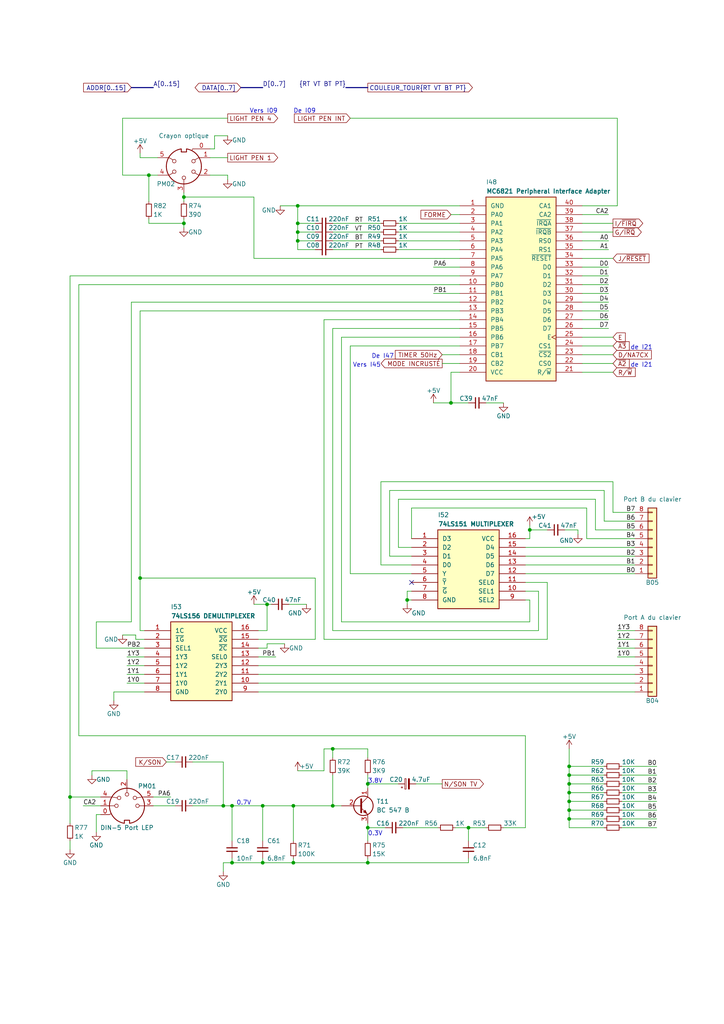
<source format=kicad_sch>
(kicad_sch (version 20230121) (generator eeschema)
  (paper "A4" portrait)
  (title_block (title "Conversion du Thomson MO5 — Unité centrale v1") (date "2023-11-04") (rev "v1.0.0-alpha") (comment 1 "http://github.com/sporniket/kicad-conversions--thomson-mo5--v1") (comment 3 "Gate Array Motorola MCA 1300 ALS") (comment 4 "Reference : POP5001 501994-01"))
  (lib_symbols
    (symbol "74x151:DATA_SELECTOR_MULTIPLEXER_PHY" (pin_names (offset 1.27))
      (property "Reference" "U" (at -8.89 16.51 0))
      (property "Value" "DATA_SELECTOR_MULTIPLEXER_PHY" (at -8.89 13.97 0))
      (symbol "DATA_SELECTOR_MULTIPLEXER_PHY_0_0"
        (rectangle (start -8.89 11.43) (end 8.89 -11.43) (stroke (width 0.254)) (fill (type background)))
        (pin input line (at -16.51 8.89 0) (length 7.62) (name "D3") (number "1"))
        (pin input line (at 16.51 -6.35 180) (length 7.62) (name "SEL1") (number "10"))
        (pin input line (at 16.51 -3.81 180) (length 7.62) (name "SEL0") (number "11"))
        (pin input line (at 16.51 -1.27 180) (length 7.62) (name "D7") (number "12"))
        (pin input line (at 16.51 1.27 180) (length 7.62) (name "D6") (number "13"))
        (pin input line (at 16.51 3.81 180) (length 7.62) (name "D5") (number "14"))
        (pin input line (at 16.51 6.35 180) (length 7.62) (name "D4") (number "15"))
        (pin power_in line (at 16.51 8.89 180) (length 7.62) (name "VCC") (number "16"))
        (pin input line (at -16.51 6.35 0) (length 7.62) (name "D2") (number "2"))
        (pin input line (at -16.51 3.81 0) (length 7.62) (name "D1") (number "3"))
        (pin input line (at -16.51 1.27 0) (length 7.62) (name "D0") (number "4"))
        (pin output line (at -16.51 -1.27 0) (length 7.62) (name "Y") (number "5"))
        (pin output line (at -16.51 -3.81 0) (length 7.62) (name "~{Y}") (number "6"))
        (pin input line (at -16.51 -6.35 0) (length 7.62) (name "~{G}") (number "7"))
        (pin power_in line (at -16.51 -8.89 0) (length 7.62) (name "GND") (number "8"))
        (pin input line (at 16.51 -8.89 180) (length 7.62) (name "SEL2") (number "9"))
      )
    )
    (symbol "74x156:DUAL_2-LINE_TO_4-LINE_DECODERS_DEMULTIPLEXERS_PHY" (pin_names (offset 1.27))
      (property "Reference" "U" (at -8.89 16.51 0))
      (property "Value" "DUAL_2-LINE_TO_4-LINE_DECODERS_DEMULTIPLEXERS_PHY" (at -8.89 13.97 0))
      (symbol "DUAL_2-LINE_TO_4-LINE_DECODERS_DEMULTIPLEXERS_PHY_0_0"
        (rectangle (start -8.89 11.43) (end 8.89 -11.43) (stroke (width 0.254)) (fill (type background)))
        (pin input line (at -16.51 8.89 0) (length 7.62) (name "1C") (number "1"))
        (pin output line (at 16.51 -6.35 180) (length 7.62) (name "2Y1") (number "10"))
        (pin output line (at 16.51 -3.81 180) (length 7.62) (name "2Y2") (number "11"))
        (pin output line (at 16.51 -1.27 180) (length 7.62) (name "2Y3") (number "12"))
        (pin input line (at 16.51 1.27 180) (length 7.62) (name "SEL0") (number "13"))
        (pin input line (at 16.51 3.81 180) (length 7.62) (name "~{2C}") (number "14"))
        (pin input line (at 16.51 6.35 180) (length 7.62) (name "~{2G}") (number "15"))
        (pin power_in line (at 16.51 8.89 180) (length 7.62) (name "VCC") (number "16"))
        (pin input line (at -16.51 6.35 0) (length 7.62) (name "~{1G}") (number "2"))
        (pin input line (at -16.51 3.81 0) (length 7.62) (name "SEL1") (number "3"))
        (pin output line (at -16.51 1.27 0) (length 7.62) (name "1Y3") (number "4"))
        (pin output line (at -16.51 -1.27 0) (length 7.62) (name "1Y2") (number "5"))
        (pin output line (at -16.51 -3.81 0) (length 7.62) (name "1Y1") (number "6"))
        (pin output line (at -16.51 -6.35 0) (length 7.62) (name "1Y0") (number "7"))
        (pin power_in line (at -16.51 -8.89 0) (length 7.62) (name "GND") (number "8"))
        (pin output line (at 16.51 -8.89 180) (length 7.62) (name "2Y0") (number "9"))
      )
    )
    (symbol "Connector_Generic:Conn_01x08" (pin_names (offset 1.016) hide)
      (property "Reference" "J" (at 0 10.16 0))
      (property "Value" "Conn_01x08" (at 0 -12.7 0))
      (symbol "Conn_01x08_1_1"
        (rectangle (start -1.27 -10.033) (end 0 -10.287) (stroke (width 0.1524)))
        (rectangle (start -1.27 -7.493) (end 0 -7.747) (stroke (width 0.1524)))
        (rectangle (start -1.27 -4.953) (end 0 -5.207) (stroke (width 0.1524)))
        (rectangle (start -1.27 -2.413) (end 0 -2.667) (stroke (width 0.1524)))
        (rectangle (start -1.27 0.127) (end 0 -0.127) (stroke (width 0.1524)))
        (rectangle (start -1.27 2.667) (end 0 2.413) (stroke (width 0.1524)))
        (rectangle (start -1.27 5.207) (end 0 4.953) (stroke (width 0.1524)))
        (rectangle (start -1.27 7.747) (end 0 7.493) (stroke (width 0.1524)))
        (rectangle (start -1.27 8.89) (end 1.27 -11.43) (stroke (width 0.254)) (fill (type background)))
        (pin passive line (at -5.08 7.62 0) (length 3.81) (name "Pin_1") (number "1"))
        (pin passive line (at -5.08 5.08 0) (length 3.81) (name "Pin_2") (number "2"))
        (pin passive line (at -5.08 2.54 0) (length 3.81) (name "Pin_3") (number "3"))
        (pin passive line (at -5.08 0 0) (length 3.81) (name "Pin_4") (number "4"))
        (pin passive line (at -5.08 -2.54 0) (length 3.81) (name "Pin_5") (number "5"))
        (pin passive line (at -5.08 -5.08 0) (length 3.81) (name "Pin_6") (number "6"))
        (pin passive line (at -5.08 -7.62 0) (length 3.81) (name "Pin_7") (number "7"))
        (pin passive line (at -5.08 -10.16 0) (length 3.81) (name "Pin_8") (number "8"))
      )
    )
    (symbol "Device:C_Polarized_Small" (pin_numbers hide) (pin_names (offset 0.254) hide)
      (property "Reference" "C" (at 0.254 1.778 0))
      (property "Value" "C_Polarized_Small" (at 0.254 -2.032 0))
      (symbol "C_Polarized_Small_0_1"
        (rectangle (start -1.524 -0.3048) (end 1.524 -0.6858) (fill (type outline)))
        (rectangle (start -1.524 0.6858) (end 1.524 0.3048))
        (polyline (pts (xy -1.27 1.524) (xy -0.762 1.524)))
        (polyline (pts (xy -1.016 1.27) (xy -1.016 1.778)))
      )
      (symbol "C_Polarized_Small_1_1"
        (pin passive line (at 0 2.54 270) (length 1.8542) (name "~") (number "1"))
        (pin passive line (at 0 -2.54 90) (length 1.8542) (name "~") (number "2"))
      )
    )
    (symbol "Device:C_Small" (pin_numbers hide) (pin_names (offset 0.254) hide)
      (property "Reference" "C" (at 0.254 1.778 0))
      (property "Value" "C_Small" (at 0.254 -2.032 0))
      (symbol "C_Small_0_1"
        (polyline (pts (xy -1.524 -0.508) (xy 1.524 -0.508)) (stroke (width 0.3302)))
        (polyline (pts (xy -1.524 0.508) (xy 1.524 0.508)) (stroke (width 0.3048)))
      )
      (symbol "C_Small_1_1"
        (pin passive line (at 0 2.54 270) (length 2.032) (name "~") (number "1"))
        (pin passive line (at 0 -2.54 90) (length 2.032) (name "~") (number "2"))
      )
    )
    (symbol "Device:Q_NPN_CBE" (pin_names (offset 0) hide)
      (property "Reference" "Q" (at 5.08 1.27 0))
      (property "Value" "Q_NPN_CBE" (at 5.08 -1.27 0))
      (symbol "Q_NPN_CBE_0_1"
        (polyline (pts (xy 0.635 0.635) (xy 2.54 2.54)))
        (polyline (pts (xy 0.635 -0.635) (xy 2.54 -2.54) (xy 2.54 -2.54)))
        (polyline (pts (xy 0.635 1.905) (xy 0.635 -1.905) (xy 0.635 -1.905)) (stroke (width 0.508)))
        (polyline (pts (xy 1.27 -1.778) (xy 1.778 -1.27) (xy 2.286 -2.286) (xy 1.27 -1.778) (xy 1.27 -1.778)) (fill (type outline)))
        (circle (center 1.27 0) (radius 2.8194) (stroke (width 0.254)))
      )
      (symbol "Q_NPN_CBE_1_1"
        (pin passive line (at 2.54 5.08 270) (length 2.54) (name "C") (number "1"))
        (pin input line (at -5.08 0 0) (length 5.715) (name "B") (number "2"))
        (pin passive line (at 2.54 -5.08 90) (length 2.54) (name "E") (number "3"))
      )
    )
    (symbol "Device:R_Small" (pin_numbers hide) (pin_names (offset 0.254) hide)
      (property "Reference" "R" (at 0.762 0.508 0))
      (property "Value" "R_Small" (at 0.762 -1.016 0))
      (symbol "R_Small_0_1"
        (rectangle (start -0.762 1.778) (end 0.762 -1.778) (stroke (width 0.2032)))
      )
      (symbol "R_Small_1_1"
        (pin passive line (at 0 2.54 270) (length 0.762) (name "~") (number "1"))
        (pin passive line (at 0 -2.54 90) (length 0.762) (name "~") (number "2"))
      )
    )
    (symbol "connectors_with_ground:DIN-5_180degree_GND" (pin_names (offset 1.016))
      (property "Reference" "J" (at 3.175 5.715 0))
      (property "Value" "DIN-5_180degree_GND" (at 0 -6.35 0))
      (symbol "DIN-5_180degree_GND_0_1"
        (arc (start -5.08 0) (mid -3.8597 -3.3379) (end -0.762 -5.08) (stroke (width 0.254)))
        (circle (center -3.048 0) (radius 0.508))
        (circle (center -2.286 2.286) (radius 0.508))
        (polyline (pts (xy -5.08 -2.54) (xy -4.572 -2.286)) (stroke (width 0.1524)))
        (polyline (pts (xy -5.08 0) (xy -3.556 0)))
        (polyline (pts (xy 0 5.08) (xy 0 3.81)))
        (polyline (pts (xy 5.08 0) (xy 3.556 0)))
        (polyline (pts (xy -5.08 2.54) (xy -4.318 2.54) (xy -2.794 2.286)))
        (polyline (pts (xy 5.08 2.54) (xy 4.318 2.54) (xy 2.794 2.286)))
        (polyline (pts (xy -0.762 -4.953) (xy -0.762 -4.191) (xy 0.762 -4.191) (xy 0.762 -4.953)) (stroke (width 0.254)))
        (circle (center 0 3.302) (radius 0.508))
        (arc (start 0.762 -5.08) (mid 3.8673 -3.3444) (end 5.08 0) (stroke (width 0.254)))
        (circle (center 2.286 2.286) (radius 0.508))
        (circle (center 3.048 0) (radius 0.508))
        (arc (start 5.08 0) (mid 0 5.0579) (end -5.08 0) (stroke (width 0.254)))
      )
      (symbol "DIN-5_180degree_GND_1_1"
        (pin passive line (at -7.62 -2.54 0) (length 2.54) (name "~") (number "0"))
        (pin passive line (at -7.62 0 0) (length 2.54) (name "~") (number "1"))
        (pin passive line (at 0 7.62 270) (length 2.54) (name "~") (number "2"))
        (pin passive line (at 7.62 0 180) (length 2.54) (name "~") (number "3"))
        (pin passive line (at -7.62 2.54 0) (length 2.54) (name "~") (number "4"))
        (pin passive line (at 7.62 2.54 180) (length 2.54) (name "~") (number "5"))
      )
    )
    (symbol "connectors_with_ground:DIN-5_GND" (pin_names (offset 1.016))
      (property "Reference" "J" (at 3.175 5.715 0))
      (property "Value" "DIN-5_GND" (at 0 -6.35 0))
      (symbol "DIN-5_GND_0_1"
        (arc (start -5.08 0) (mid -3.8597 -3.3379) (end -0.762 -5.08) (stroke (width 0.254)))
        (circle (center -2.794 -1.524) (radius 0.508))
        (circle (center -2.794 1.524) (radius 0.508))
        (polyline (pts (xy -2.54 -5.08) (xy -2.286 -4.572)) (stroke (width 0.1524)))
        (polyline (pts (xy 0 5.08) (xy 0 3.81)))
        (polyline (pts (xy -5.08 -2.54) (xy -4.318 -2.54) (xy -3.175 -1.905)))
        (polyline (pts (xy -5.08 2.54) (xy -4.318 2.54) (xy -3.175 1.905)))
        (polyline (pts (xy 5.08 -2.54) (xy 4.318 -2.54) (xy 3.175 -1.905)))
        (polyline (pts (xy 5.08 2.54) (xy 4.318 2.54) (xy 3.175 1.905)))
        (polyline (pts (xy -0.762 -4.953) (xy -0.762 -4.191) (xy 0.762 -4.191) (xy 0.762 -4.953)) (stroke (width 0.254)))
        (circle (center 0 3.302) (radius 0.508))
        (arc (start 0.762 -5.08) (mid 3.8673 -3.3444) (end 5.08 0) (stroke (width 0.254)))
        (circle (center 2.794 -1.524) (radius 0.508))
        (circle (center 2.794 1.524) (radius 0.508))
        (arc (start 5.08 0) (mid 0 5.0579) (end -5.08 0) (stroke (width 0.254)))
      )
      (symbol "DIN-5_GND_1_1"
        (pin passive line (at -7.62 -5.08 0) (length 5.08) (name "~") (number "0"))
        (pin passive line (at -7.62 -2.54 0) (length 2.54) (name "~") (number "1"))
        (pin passive line (at -7.62 2.54 0) (length 2.54) (name "~") (number "2"))
        (pin passive line (at 0 7.62 270) (length 2.54) (name "~") (number "3"))
        (pin passive line (at 7.62 2.54 180) (length 2.54) (name "~") (number "4"))
        (pin passive line (at 7.62 -2.54 180) (length 2.54) (name "~") (number "5"))
      )
    )
    (symbol "mc6821p:PERIPHERAL_INTERFACE_ADAPTER_PHY" (pin_names (offset 1.27))
      (property "Reference" "U" (at -10.16 31.75 0))
      (property "Value" "PERIPHERAL_INTERFACE_ADAPTER_PHY" (at -10.16 29.21 0))
      (symbol "PERIPHERAL_INTERFACE_ADAPTER_PHY_0_0"
        (rectangle (start -10.16 26.67) (end 10.16 -26.67) (stroke (width 0.254)) (fill (type background)))
        (pin power_in line (at -17.78 24.13 0) (length 7.62) (name "GND") (number "1"))
        (pin bidirectional line (at -17.78 1.27 0) (length 7.62) (name "PB0") (number "10"))
        (pin bidirectional line (at -17.78 -1.27 0) (length 7.62) (name "PB1") (number "11"))
        (pin bidirectional line (at -17.78 -3.81 0) (length 7.62) (name "PB2") (number "12"))
        (pin bidirectional line (at -17.78 -6.35 0) (length 7.62) (name "PB3") (number "13"))
        (pin bidirectional line (at -17.78 -8.89 0) (length 7.62) (name "PB4") (number "14"))
        (pin bidirectional line (at -17.78 -11.43 0) (length 7.62) (name "PB5") (number "15"))
        (pin bidirectional line (at -17.78 -13.97 0) (length 7.62) (name "PB6") (number "16"))
        (pin bidirectional line (at -17.78 -16.51 0) (length 7.62) (name "PB7") (number "17"))
        (pin input line (at -17.78 -19.05 0) (length 7.62) (name "CB1") (number "18"))
        (pin bidirectional line (at -17.78 -21.59 0) (length 7.62) (name "CB2") (number "19"))
        (pin bidirectional line (at -17.78 21.59 0) (length 7.62) (name "PA0") (number "2"))
        (pin power_in line (at -17.78 -24.13 0) (length 7.62) (name "VCC") (number "20"))
        (pin input line (at 17.78 -24.13 180) (length 7.62) (name "R/~{W}") (number "21"))
        (pin input line (at 17.78 -21.59 180) (length 7.62) (name "CS0") (number "22"))
        (pin input line (at 17.78 -19.05 180) (length 7.62) (name "~{CS2}") (number "23"))
        (pin input line (at 17.78 -16.51 180) (length 7.62) (name "CS1") (number "24"))
        (pin input clock (at 17.78 -13.97 180) (length 7.62) (name "E") (number "25"))
        (pin tri_state line (at 17.78 -11.43 180) (length 7.62) (name "D7") (number "26"))
        (pin tri_state line (at 17.78 -8.89 180) (length 7.62) (name "D6") (number "27"))
        (pin tri_state line (at 17.78 -6.35 180) (length 7.62) (name "D5") (number "28"))
        (pin tri_state line (at 17.78 -3.81 180) (length 7.62) (name "D4") (number "29"))
        (pin bidirectional line (at -17.78 19.05 0) (length 7.62) (name "PA1") (number "3"))
        (pin tri_state line (at 17.78 -1.27 180) (length 7.62) (name "D3") (number "30"))
        (pin tri_state line (at 17.78 1.27 180) (length 7.62) (name "D2") (number "31"))
        (pin tri_state line (at 17.78 3.81 180) (length 7.62) (name "D1") (number "32"))
        (pin tri_state line (at 17.78 6.35 180) (length 7.62) (name "D0") (number "33"))
        (pin input line (at 17.78 8.89 180) (length 7.62) (name "~{RESET}") (number "34"))
        (pin input line (at 17.78 11.43 180) (length 7.62) (name "RS1") (number "35"))
        (pin input line (at 17.78 13.97 180) (length 7.62) (name "RS0") (number "36"))
        (pin output line (at 17.78 16.51 180) (length 7.62) (name "~{IRQB}") (number "37"))
        (pin output line (at 17.78 19.05 180) (length 7.62) (name "~{IRQA}") (number "38"))
        (pin bidirectional line (at 17.78 21.59 180) (length 7.62) (name "CA2") (number "39"))
        (pin bidirectional line (at -17.78 16.51 0) (length 7.62) (name "PA2") (number "4"))
        (pin input line (at 17.78 24.13 180) (length 7.62) (name "CA1") (number "40"))
        (pin bidirectional line (at -17.78 13.97 0) (length 7.62) (name "PA3") (number "5"))
        (pin bidirectional line (at -17.78 11.43 0) (length 7.62) (name "PA4") (number "6"))
        (pin bidirectional line (at -17.78 8.89 0) (length 7.62) (name "PA5") (number "7"))
        (pin bidirectional line (at -17.78 6.35 0) (length 7.62) (name "PA6") (number "8"))
        (pin bidirectional line (at -17.78 3.81 0) (length 7.62) (name "PA7") (number "9"))
      )
    )
    (symbol "power:+5V" (power) (pin_names (offset 0))
      (property "Value" "+5V" (at 0 3.556 0))
      (symbol "+5V_0_1"
        (polyline (pts (xy -0.762 1.27) (xy 0 2.54)))
        (polyline (pts (xy 0 0) (xy 0 2.54)))
        (polyline (pts (xy 0 2.54) (xy 0.762 1.27)))
      )
      (symbol "+5V_1_1"
        (pin power_in line (at 0 0 90) (length 0) hide (name "+5V") (number "1"))
      )
    )
    (symbol "power:GND" (power) (pin_names (offset 0))
      (property "Value" "GND" (at 0 -3.81 0))
      (symbol "GND_0_1"
        (polyline (pts (xy 0 0) (xy 0 -1.27) (xy 1.27 -1.27) (xy 0 -2.54) (xy -1.27 -1.27) (xy 0 -1.27)))
      )
      (symbol "GND_1_1"
        (pin power_in line (at 0 0 270) (length 0) hide (name "GND") (number "1"))
      )
    )
  )
  (junction (at 53.34 64.77))
  (junction (at 130.81 116.84))
  (junction (at 86.36 64.77))
  (junction (at 85.09 233.68))
  (junction (at 86.36 69.85))
  (junction (at 165.1 234.95))
  (junction (at 135.89 240.03))
  (junction (at 53.34 57.15))
  (junction (at 106.68 227.33))
  (junction (at 96.52 233.68))
  (junction (at 106.68 240.03))
  (junction (at 165.1 224.79))
  (junction (at 165.1 237.49))
  (junction (at 153.67 153.67))
  (junction (at 118.11 173.99))
  (junction (at 40.64 167.64))
  (junction (at 165.1 222.25))
  (junction (at 67.31 233.68))
  (junction (at 106.68 250.19))
  (junction (at 165.1 232.41))
  (junction (at 96.52 217.17))
  (junction (at 76.2 233.68))
  (junction (at 76.2 250.19))
  (junction (at 165.1 227.33))
  (junction (at 64.77 233.68))
  (junction (at 86.36 59.69))
  (junction (at 43.18 50.8))
  (junction (at 165.1 229.87))
  (junction (at 77.47 175.26))
  (junction (at 86.36 67.31))
  (junction (at 67.31 250.19))
  (junction (at 85.09 250.19))
  (junction (at 20.32 231.14))
  (no_connect (at 119.38 168.91))
  (wire (pts (xy 36.83 226.06) (xy 36.83 223.52)))
  (wire (pts (xy 85.09 233.68) (xy 85.09 243.84)))
  (wire (pts (xy 168.91 80.01) (xy 176.53 80.01)))
  (wire (pts (xy 86.36 64.77) (xy 91.44 64.77)))
  (wire (pts (xy 26.67 223.52) (xy 36.83 223.52)))
  (wire (pts (xy 179.07 187.96) (xy 184.15 187.96)))
  (wire (pts (xy 165.1 232.41) (xy 175.26 232.41)))
  (wire (pts (xy 165.1 222.25) (xy 175.26 222.25)))
  (wire (pts (xy 76.2 250.19) (xy 85.09 250.19)))
  (wire (pts (xy 170.18 156.21) (xy 184.15 156.21)))
  (wire (pts (xy 165.1 229.87) (xy 175.26 229.87)))
  (wire (pts (xy 168.91 74.93) (xy 177.8 74.93)))
  (wire (pts (xy 119.38 161.29) (xy 113.03 161.29)))
  (wire (pts (xy 168.91 97.79) (xy 177.8 97.79)))
  (wire (pts (xy 168.91 69.85) (xy 176.53 69.85)))
  (wire (pts (xy 168.91 107.95) (xy 177.8 107.95)))
  (wire (pts (xy 81.28 59.69) (xy 86.36 59.69)))
  (wire (pts (xy 130.81 62.23) (xy 133.35 62.23)))
  (wire (pts (xy 110.49 139.7) (xy 177.8 139.7)))
  (wire (pts (xy 125.73 77.47) (xy 133.35 77.47)))
  (wire (pts (xy 43.18 64.77) (xy 53.34 64.77)))
  (wire (pts (xy 165.1 224.79) (xy 165.1 227.33)))
  (wire (pts (xy 110.49 163.83) (xy 110.49 139.7)))
  (wire (pts (xy 152.4 161.29) (xy 184.15 161.29)))
  (wire (pts (xy 168.91 87.63) (xy 176.53 87.63)))
  (wire (pts (xy 165.1 227.33) (xy 165.1 229.87)))
  (wire (pts (xy 115.57 69.85) (xy 133.35 69.85)))
  (wire (pts (xy 40.64 44.45) (xy 40.64 45.72)))
  (wire (pts (xy 135.89 248.92) (xy 135.89 250.19)))
  (wire (pts (xy 168.91 85.09) (xy 176.53 85.09)))
  (wire (pts (xy 165.1 222.25) (xy 165.1 224.79)))
  (wire (pts (xy 165.1 237.49) (xy 165.1 240.03)))
  (wire (pts (xy 115.57 64.77) (xy 133.35 64.77)))
  (wire (pts (xy 153.67 152.4) (xy 153.67 153.67)))
  (wire (pts (xy 172.72 153.67) (xy 184.15 153.67)))
  (wire (pts (xy 96.52 67.31) (xy 110.49 67.31)))
  (wire (pts (xy 33.02 200.66) (xy 41.91 200.66)))
  (wire (pts (xy 73.66 175.26) (xy 77.47 175.26)))
  (wire (pts (xy 99.06 97.79) (xy 133.35 97.79)))
  (wire (pts (xy 76.2 233.68) (xy 85.09 233.68)))
  (wire (pts (xy 27.94 236.22) (xy 27.94 241.3)))
  (wire (pts (xy 120.65 227.33) (xy 128.27 227.33)))
  (wire (pts (xy 168.91 67.31) (xy 177.8 67.31)))
  (wire (pts (xy 73.66 74.93) (xy 133.35 74.93)))
  (wire (pts (xy 165.1 217.17) (xy 165.1 222.25)))
  (wire (pts (xy 119.38 147.32) (xy 170.18 147.32)))
  (wire (pts (xy 179.07 190.5) (xy 184.15 190.5)))
  (wire (pts (xy 66.04 50.8) (xy 60.96 50.8)))
  (wire (pts (xy 101.6 100.33) (xy 101.6 166.37)))
  (wire (pts (xy 27.94 187.96) (xy 41.91 187.96)))
  (wire (pts (xy 180.34 222.25) (xy 190.5 222.25)))
  (wire (pts (xy 118.11 173.99) (xy 119.38 173.99)))
  (wire (pts (xy 73.66 74.93) (xy 73.66 57.15)))
  (wire (pts (xy 67.31 233.68) (xy 76.2 233.68)))
  (wire (pts (xy 93.98 223.52) (xy 93.98 217.17)))
  (wire (pts (xy 96.52 69.85) (xy 110.49 69.85)))
  (wire (pts (xy 115.57 72.39) (xy 133.35 72.39)))
  (wire (pts (xy 180.34 227.33) (xy 190.5 227.33)))
  (wire (pts (xy 77.47 175.26) (xy 77.47 182.88)))
  (wire (pts (xy 74.93 182.88) (xy 77.47 182.88)))
  (wire (pts (xy 130.81 116.84) (xy 135.89 116.84)))
  (wire (pts (xy 106.68 248.92) (xy 106.68 250.19)))
  (wire (pts (xy 67.31 248.92) (xy 67.31 250.19)))
  (wire (pts (xy 168.91 62.23) (xy 176.53 62.23)))
  (wire (pts (xy 91.44 185.42) (xy 91.44 167.64)))
  (wire (pts (xy 40.64 167.64) (xy 40.64 182.88)))
  (wire (pts (xy 118.11 175.26) (xy 118.11 173.99)))
  (wire (pts (xy 106.68 250.19) (xy 135.89 250.19)))
  (wire (pts (xy 132.08 240.03) (xy 135.89 240.03)))
  (wire (pts (xy 39.37 185.42) (xy 41.91 185.42)))
  (wire (pts (xy 168.91 102.87) (xy 177.8 102.87)))
  (wire (pts (xy 118.11 171.45) (xy 119.38 171.45)))
  (wire (pts (xy 44.45 231.14) (xy 49.53 231.14)))
  (wire (pts (xy 165.1 232.41) (xy 165.1 234.95)))
  (wire (pts (xy 67.31 250.19) (xy 76.2 250.19)))
  (wire (pts (xy 60.96 43.18) (xy 62.23 43.18)))
  (wire (pts (xy 96.52 95.25) (xy 133.35 95.25)))
  (wire (pts (xy 86.36 223.52) (xy 93.98 223.52)))
  (bus (pts (xy 69.85 25.4) (xy 76.2 25.4)))
  (wire (pts (xy 67.31 233.68) (xy 67.31 243.84)))
  (wire (pts (xy 38.1 87.63) (xy 38.1 180.34)))
  (wire (pts (xy 40.64 45.72) (xy 45.72 45.72)))
  (wire (pts (xy 85.09 248.92) (xy 85.09 250.19)))
  (wire (pts (xy 74.93 185.42) (xy 91.44 185.42)))
  (wire (pts (xy 27.94 180.34) (xy 38.1 180.34)))
  (wire (pts (xy 43.18 63.5) (xy 43.18 64.77)))
  (wire (pts (xy 168.91 72.39) (xy 176.53 72.39)))
  (wire (pts (xy 40.64 182.88) (xy 41.91 182.88)))
  (wire (pts (xy 62.23 39.37) (xy 62.23 43.18)))
  (wire (pts (xy 64.77 220.98) (xy 64.77 233.68)))
  (wire (pts (xy 158.75 168.91) (xy 158.75 185.42)))
  (wire (pts (xy 38.1 87.63) (xy 133.35 87.63)))
  (wire (pts (xy 64.77 233.68) (xy 67.31 233.68)))
  (wire (pts (xy 99.06 180.34) (xy 153.67 180.34)))
  (wire (pts (xy 93.98 92.71) (xy 93.98 185.42)))
  (wire (pts (xy 96.52 182.88) (xy 156.21 182.88)))
  (wire (pts (xy 118.11 173.99) (xy 118.11 171.45)))
  (wire (pts (xy 27.94 180.34) (xy 27.94 187.96)))
  (wire (pts (xy 175.26 142.24) (xy 175.26 151.13)))
  (wire (pts (xy 179.07 34.29) (xy 179.07 59.69)))
  (wire (pts (xy 36.83 190.5) (xy 41.91 190.5)))
  (wire (pts (xy 156.21 171.45) (xy 156.21 182.88)))
  (wire (pts (xy 33.02 203.2) (xy 33.02 200.66)))
  (wire (pts (xy 168.91 92.71) (xy 176.53 92.71)))
  (bus (pts (xy 100.33 25.4) (xy 106.68 25.4)))
  (wire (pts (xy 48.26 220.98) (xy 50.8 220.98)))
  (wire (pts (xy 180.34 234.95) (xy 190.5 234.95)))
  (wire (pts (xy 115.57 67.31) (xy 133.35 67.31)))
  (wire (pts (xy 168.91 64.77) (xy 177.8 64.77)))
  (wire (pts (xy 179.07 185.42) (xy 184.15 185.42)))
  (wire (pts (xy 152.4 163.83) (xy 184.15 163.83)))
  (wire (pts (xy 36.83 193.04) (xy 41.91 193.04)))
  (wire (pts (xy 93.98 185.42) (xy 158.75 185.42)))
  (wire (pts (xy 106.68 217.17) (xy 106.68 219.71)))
  (wire (pts (xy 93.98 217.17) (xy 96.52 217.17)))
  (wire (pts (xy 175.26 151.13) (xy 184.15 151.13)))
  (wire (pts (xy 53.34 57.15) (xy 53.34 58.42)))
  (wire (pts (xy 165.1 224.79) (xy 175.26 224.79)))
  (wire (pts (xy 96.52 224.79) (xy 96.52 233.68)))
  (wire (pts (xy 113.03 142.24) (xy 175.26 142.24)))
  (wire (pts (xy 153.67 173.99) (xy 153.67 180.34)))
  (wire (pts (xy 152.4 158.75) (xy 184.15 158.75)))
  (wire (pts (xy 22.86 213.36) (xy 152.4 213.36)))
  (wire (pts (xy 74.93 190.5) (xy 80.01 190.5)))
  (wire (pts (xy 74.93 193.04) (xy 184.15 193.04)))
  (wire (pts (xy 135.89 240.03) (xy 140.97 240.03)))
  (wire (pts (xy 180.34 240.03) (xy 190.5 240.03)))
  (wire (pts (xy 85.09 250.19) (xy 106.68 250.19)))
  (wire (pts (xy 77.47 187.96) (xy 77.47 186.69)))
  (wire (pts (xy 153.67 153.67) (xy 158.75 153.67)))
  (wire (pts (xy 101.6 166.37) (xy 119.38 166.37)))
  (wire (pts (xy 116.84 240.03) (xy 127 240.03)))
  (wire (pts (xy 53.34 57.15) (xy 73.66 57.15)))
  (wire (pts (xy 168.91 105.41) (xy 177.8 105.41)))
  (wire (pts (xy 44.45 233.68) (xy 50.8 233.68)))
  (wire (pts (xy 113.03 161.29) (xy 113.03 142.24)))
  (wire (pts (xy 36.83 195.58) (xy 41.91 195.58)))
  (wire (pts (xy 180.34 224.79) (xy 190.5 224.79)))
  (wire (pts (xy 43.18 50.8) (xy 45.72 50.8)))
  (wire (pts (xy 133.35 107.95) (xy 130.81 107.95)))
  (wire (pts (xy 125.73 85.09) (xy 133.35 85.09)))
  (wire (pts (xy 74.93 195.58) (xy 184.15 195.58)))
  (wire (pts (xy 152.4 173.99) (xy 153.67 173.99)))
  (wire (pts (xy 85.09 233.68) (xy 96.52 233.68)))
  (wire (pts (xy 20.32 231.14) (xy 29.21 231.14)))
  (wire (pts (xy 20.32 231.14) (xy 20.32 238.76)))
  (wire (pts (xy 115.57 158.75) (xy 115.57 144.78)))
  (wire (pts (xy 86.36 72.39) (xy 86.36 69.85)))
  (wire (pts (xy 35.56 34.29) (xy 35.56 50.8)))
  (wire (pts (xy 36.83 198.12) (xy 41.91 198.12)))
  (wire (pts (xy 26.67 224.79) (xy 26.67 223.52)))
  (wire (pts (xy 86.36 67.31) (xy 86.36 64.77)))
  (wire (pts (xy 64.77 252.73) (xy 64.77 250.19)))
  (wire (pts (xy 76.2 233.68) (xy 76.2 243.84)))
  (wire (pts (xy 180.34 229.87) (xy 190.5 229.87)))
  (wire (pts (xy 168.91 90.17) (xy 176.53 90.17)))
  (wire (pts (xy 168.91 59.69) (xy 179.07 59.69)))
  (wire (pts (xy 86.36 69.85) (xy 86.36 67.31)))
  (wire (pts (xy 101.6 34.29) (xy 179.07 34.29)))
  (wire (pts (xy 115.57 144.78) (xy 172.72 144.78)))
  (wire (pts (xy 179.07 182.88) (xy 184.15 182.88)))
  (wire (pts (xy 86.36 64.77) (xy 86.36 59.69)))
  (wire (pts (xy 125.73 116.84) (xy 130.81 116.84)))
  (wire (pts (xy 165.1 227.33) (xy 175.26 227.33)))
  (wire (pts (xy 96.52 233.68) (xy 99.06 233.68)))
  (wire (pts (xy 55.88 220.98) (xy 64.77 220.98)))
  (wire (pts (xy 20.32 80.01) (xy 20.32 231.14)))
  (wire (pts (xy 66.04 34.29) (xy 35.56 34.29)))
  (wire (pts (xy 20.32 243.84) (xy 20.32 246.38)))
  (wire (pts (xy 119.38 158.75) (xy 115.57 158.75)))
  (wire (pts (xy 106.68 238.76) (xy 106.68 240.03)))
  (wire (pts (xy 99.06 97.79) (xy 99.06 180.34)))
  (wire (pts (xy 106.68 240.03) (xy 111.76 240.03)))
  (wire (pts (xy 96.52 64.77) (xy 110.49 64.77)))
  (wire (pts (xy 130.81 107.95) (xy 130.81 116.84)))
  (wire (pts (xy 128.27 105.41) (xy 133.35 105.41)))
  (wire (pts (xy 152.4 166.37) (xy 184.15 166.37)))
  (bus (pts (xy 38.1 25.4) (xy 44.45 25.4)))
  (wire (pts (xy 168.91 100.33) (xy 177.8 100.33)))
  (wire (pts (xy 168.91 77.47) (xy 176.53 77.47)))
  (wire (pts (xy 35.56 184.15) (xy 39.37 184.15)))
  (wire (pts (xy 152.4 168.91) (xy 158.75 168.91)))
  (wire (pts (xy 86.36 72.39) (xy 91.44 72.39)))
  (wire (pts (xy 53.34 55.88) (xy 53.34 57.15)))
  (wire (pts (xy 77.47 186.69) (xy 82.55 186.69)))
  (wire (pts (xy 74.93 200.66) (xy 184.15 200.66)))
  (wire (pts (xy 106.68 224.79) (xy 106.68 227.33)))
  (wire (pts (xy 165.1 234.95) (xy 175.26 234.95)))
  (wire (pts (xy 22.86 213.36) (xy 22.86 82.55)))
  (wire (pts (xy 53.34 63.5) (xy 53.34 64.77)))
  (wire (pts (xy 168.91 95.25) (xy 176.53 95.25)))
  (wire (pts (xy 20.32 80.01) (xy 133.35 80.01)))
  (wire (pts (xy 96.52 72.39) (xy 110.49 72.39)))
  (wire (pts (xy 135.89 240.03) (xy 135.89 243.84)))
  (wire (pts (xy 165.1 229.87) (xy 165.1 232.41)))
  (wire (pts (xy 39.37 184.15) (xy 39.37 185.42)))
  (wire (pts (xy 74.93 198.12) (xy 184.15 198.12)))
  (wire (pts (xy 53.34 64.77) (xy 53.34 66.04)))
  (wire (pts (xy 64.77 250.19) (xy 67.31 250.19)))
  (wire (pts (xy 165.1 240.03) (xy 175.26 240.03)))
  (wire (pts (xy 170.18 147.32) (xy 170.18 156.21)))
  (wire (pts (xy 106.68 227.33) (xy 115.57 227.33)))
  (wire (pts (xy 91.44 167.64) (xy 40.64 167.64)))
  (wire (pts (xy 35.56 50.8) (xy 43.18 50.8)))
  (wire (pts (xy 96.52 217.17) (xy 96.52 219.71)))
  (wire (pts (xy 152.4 213.36) (xy 152.4 240.03)))
  (wire (pts (xy 168.91 82.55) (xy 176.53 82.55)))
  (wire (pts (xy 55.88 233.68) (xy 64.77 233.68)))
  (wire (pts (xy 163.83 153.67) (xy 167.64 153.67)))
  (wire (pts (xy 86.36 67.31) (xy 91.44 67.31)))
  (wire (pts (xy 93.98 92.71) (xy 133.35 92.71)))
  (wire (pts (xy 152.4 156.21) (xy 153.67 156.21)))
  (wire (pts (xy 86.36 59.69) (xy 133.35 59.69)))
  (wire (pts (xy 96.52 95.25) (xy 96.52 182.88)))
  (wire (pts (xy 140.97 116.84) (xy 146.05 116.84)))
  (wire (pts (xy 101.6 100.33) (xy 133.35 100.33)))
  (wire (pts (xy 40.64 90.17) (xy 40.64 167.64)))
  (wire (pts (xy 27.94 236.22) (xy 29.21 236.22)))
  (wire (pts (xy 180.34 237.49) (xy 190.5 237.49)))
  (wire (pts (xy 167.64 153.67) (xy 167.64 154.94)))
  (wire (pts (xy 83.82 175.26) (xy 88.9 175.26)))
  (wire (pts (xy 146.05 240.03) (xy 152.4 240.03)))
  (wire (pts (xy 165.1 237.49) (xy 175.26 237.49)))
  (wire (pts (xy 180.34 232.41) (xy 190.5 232.41)))
  (wire (pts (xy 40.64 90.17) (xy 133.35 90.17)))
  (wire (pts (xy 22.86 82.55) (xy 133.35 82.55)))
  (wire (pts (xy 152.4 171.45) (xy 156.21 171.45)))
  (wire (pts (xy 106.68 227.33) (xy 106.68 228.6)))
  (wire (pts (xy 172.72 144.78) (xy 172.72 153.67)))
  (wire (pts (xy 128.27 102.87) (xy 133.35 102.87)))
  (wire (pts (xy 165.1 234.95) (xy 165.1 237.49)))
  (wire (pts (xy 96.52 217.17) (xy 106.68 217.17)))
  (wire (pts (xy 86.36 69.85) (xy 91.44 69.85)))
  (wire (pts (xy 153.67 156.21) (xy 153.67 153.67)))
  (wire (pts (xy 24.13 233.68) (xy 29.21 233.68)))
  (wire (pts (xy 43.18 50.8) (xy 43.18 58.42)))
  (wire (pts (xy 66.04 39.37) (xy 62.23 39.37)))
  (wire (pts (xy 66.04 52.07) (xy 66.04 50.8)))
  (wire (pts (xy 77.47 175.26) (xy 78.74 175.26)))
  (wire (pts (xy 119.38 156.21) (xy 119.38 147.32)))
  (wire (pts (xy 177.8 148.59) (xy 184.15 148.59)))
  (wire (pts (xy 177.8 139.7) (xy 177.8 148.59)))
  (wire (pts (xy 119.38 163.83) (xy 110.49 163.83)))
  (wire (pts (xy 76.2 248.92) (xy 76.2 250.19)))
  (wire (pts (xy 106.68 240.03) (xy 106.68 243.84)))
  (wire (pts (xy 60.96 45.72) (xy 66.04 45.72)))
  (wire (pts (xy 74.93 187.96) (xy 77.47 187.96)))
  (text "de I21" (at 182.88 106.68 0) (effects (font (size 1.27 1.27)) (justify left bottom)))
  (text "0.3V" (at 106.68 242.57 0) (effects (font (size 1.27 1.27)) (justify left bottom)))
  (text "De I47" (at 114.3 104.14 0) (effects (font (size 1.27 1.27)) (justify right bottom)))
  (text "3.8V" (at 106.68 227.33 0) (effects (font (size 1.27 1.27)) (justify left bottom)))
  (text "0.7V" (at 68.58 233.68 0) (effects (font (size 1.27 1.27)) (justify left bottom)))
  (text "de I21" (at 182.88 101.6 0) (effects (font (size 1.27 1.27)) (justify left bottom)))
  (text "Vers I45" (at 110.49 106.68 0) (effects (font (size 1.27 1.27)) (justify right bottom)))
  (text "Vers I09" (at 72.39 33.02 0) (effects (font (size 1.27 1.27)) (justify left bottom)))
  (text "De I09" (at 85.09 33.02 0) (effects (font (size 1.27 1.27)) (justify left bottom)))
  (label "1Y1" (at 36.83 195.58 0))
  (label "D6" (at 176.53 92.71 180))
  (label "B0" (at 190.5 222.25 180))
  (label "D[0..7]" (at 76.2 25.4 0))
  (label "CA2" (at 176.53 62.23 180))
  (label "B7" (at 190.5 240.03 180))
  (label "A0" (at 176.53 69.85 180))
  (label "BT" (at 102.87 69.85 0))
  (label "D2" (at 176.53 82.55 180))
  (label "D0" (at 176.53 77.47 180))
  (label "PB1" (at 125.73 85.09 0))
  (label "D3" (at 176.53 85.09 180))
  (label "B3" (at 181.61 158.75 0))
  (label "RT" (at 102.87 64.77 0))
  (label "VT" (at 102.87 67.31 0))
  (label "{RT VT BT PT}" (at 100.33 25.4 180))
  (label "B6" (at 190.5 237.49 180))
  (label "B2" (at 190.5 227.33 180))
  (label "A[0..15]" (at 44.45 25.4 0))
  (label "D5" (at 176.53 90.17 180))
  (label "1Y2" (at 179.07 185.42 0))
  (label "PA6" (at 49.53 231.14 180))
  (label "B6" (at 181.61 151.13 0))
  (label "1Y2" (at 36.83 193.04 0))
  (label "B3" (at 190.5 229.87 180))
  (label "D7" (at 176.53 95.25 180))
  (label "A1" (at 176.53 72.39 180))
  (label "PA6" (at 125.73 77.47 0))
  (label "PB2" (at 36.83 187.96 0))
  (label "B5" (at 190.5 234.95 180))
  (label "1Y3" (at 179.07 182.88 0))
  (label "1Y1" (at 179.07 187.96 0))
  (label "B2" (at 181.61 161.29 0))
  (label "B1" (at 181.61 163.83 0))
  (label "D4" (at 176.53 87.63 180))
  (label "D1" (at 176.53 80.01 180))
  (label "CA2" (at 24.13 233.68 0))
  (label "B0" (at 181.61 166.37 0))
  (label "1Y0" (at 179.07 190.5 0))
  (label "B1" (at 190.5 224.79 180))
  (label "1Y3" (at 36.83 190.5 0))
  (label "B4" (at 181.61 156.21 0))
  (label "B5" (at 181.61 153.67 0))
  (label "PB1" (at 80.01 190.5 180))
  (label "1Y0" (at 36.83 198.12 0))
  (label "B7" (at 181.61 148.59 0))
  (label "B4" (at 190.5 232.41 180))
  (label "PT" (at 102.87 72.39 0))
  (global_label "D{slash}NA7CX" (shape input) (at 177.8 102.87 0) (property "Intersheetrefs" "${INTERSHEET_REFS}" (effects hide)))
  (global_label "~{A2}" (shape input) (at 177.8 105.41 0) (property "Intersheetrefs" "${INTERSHEET_REFS}" (effects hide)))
  (global_label "ADDR[0..15]" (shape input) (at 38.1 25.4 180) (property "Intersheetrefs" "${INTERSHEET_REFS}" (effects hide)))
  (global_label "J{slash}~{RESET}" (shape input) (at 177.8 74.93 0) (property "Intersheetrefs" "${INTERSHEET_REFS}" (effects hide)))
  (global_label "N{slash}SON TV" (shape output) (at 128.27 227.33 0) (property "Intersheetrefs" "${INTERSHEET_REFS}" (effects hide)))
  (global_label "LIGHT PEN 4" (shape output) (at 66.04 34.29 0) (property "Intersheetrefs" "${INTERSHEET_REFS}" (effects hide)))
  (global_label "LIGHT PEN INT" (shape input) (at 101.6 34.29 180) (property "Intersheetrefs" "${INTERSHEET_REFS}" (effects hide)))
  (global_label "TIMER 50Hz" (shape input) (at 128.27 102.87 180) (property "Intersheetrefs" "${INTERSHEET_REFS}" (effects hide)))
  (global_label "FORME" (shape input) (at 130.81 62.23 180) (property "Intersheetrefs" "${INTERSHEET_REFS}" (effects hide)))
  (global_label "E" (shape input) (at 177.8 97.79 0) (property "Intersheetrefs" "${INTERSHEET_REFS}" (effects hide)))
  (global_label "G{slash}~{IRQ}" (shape output) (at 177.8 67.31 0) (property "Intersheetrefs" "${INTERSHEET_REFS}" (effects hide)))
  (global_label "COULEUR_TOUR{RT VT BT PT}" (shape output) (at 106.68 25.4 0) (property "Intersheetrefs" "${INTERSHEET_REFS}" (effects hide)))
  (global_label "MODE INCRUSTÉ" (shape output) (at 128.27 105.41 180) (property "Intersheetrefs" "${INTERSHEET_REFS}" (effects hide)))
  (global_label "LIGHT PEN 1" (shape output) (at 66.04 45.72 0) (property "Intersheetrefs" "${INTERSHEET_REFS}" (effects hide)))
  (global_label "DATA[0..7]" (shape bidirectional) (at 69.85 25.4 180) (property "Intersheetrefs" "${INTERSHEET_REFS}" (effects hide)))
  (global_label "R{slash}~{W}" (shape input) (at 177.8 107.95 0) (property "Intersheetrefs" "${INTERSHEET_REFS}" (effects hide)))
  (global_label "I{slash}~{FIRQ}" (shape output) (at 177.8 64.77 0) (property "Intersheetrefs" "${INTERSHEET_REFS}" (effects hide)))
  (global_label "K{slash}SON" (shape input) (at 48.26 220.98 180) (property "Intersheetrefs" "${INTERSHEET_REFS}" (effects hide)))
  (global_label "~{A3}" (shape input) (at 177.8 100.33 0) (property "Intersheetrefs" "${INTERSHEET_REFS}" (effects hide)))
  (symbol (lib_id "power:GND") (at 66.04 52.07 0) (unit 1)
    (property "Reference" "#PWR0194" (effects hide))
    (property "Value" "GND" (at 67.31 53.34 0) (effects (justify left)))
  )
  (symbol (lib_id "Connector_Generic:Conn_01x08") (at 189.23 193.04 0) (mirror x) (unit 1)
    (property "Reference" "B04" (at 189.23 203.2 0))
    (property "Value" "Port A du clavier" (at 189.23 179.07 0))
    (property "Footprint" "thomson-moto-interconnect:FFC_FPC_Connector_1x08_P2.54mm_THT_Vertical" (effects hide))
  )
  (symbol (lib_id "Device:C_Small") (at 93.98 64.77 90) (unit 1)
    (property "Reference" "C11" (at 92.71 63.5 90) (effects (justify left)))
    (property "Value" "220nF" (at 95.25 63.5 90) (effects (justify right)))
    (property "Footprint" "commons-passives_THT:Passive_THT_capacitor_mlcc_W2.54mm_L5.08mm" (effects hide))
  )
  (symbol (lib_id "power:+5V") (at 73.66 175.26 0) (unit 1)
    (property "Reference" "#PWR0190" (effects hide))
    (property "Value" "+5V" (at 73.66 171.704 0))
  )
  (symbol (lib_id "Device:C_Small") (at 76.2 246.38 0) (unit 1)
    (property "Reference" "C61" (at 77.47 243.84 0) (effects (justify left)))
    (property "Value" "6.8nF" (at 77.47 248.92 0) (effects (justify left)))
    (property "Footprint" "commons-passives_THT:Passive_THT_capacitor_mlcc_W2.54mm_L5.08mm" (effects hide))
  )
  (symbol (lib_id "Device:R_Small") (at 129.54 240.03 90) (unit 1)
    (property "Reference" "R56" (at 127 238.76 90) (effects (justify left)))
    (property "Value" "1K" (at 132.08 238.76 90) (effects (justify right)))
    (property "Footprint" "commons-passives_THT:Passive_THT_resistor_EU_W2.54mm_L12.70mm" (effects hide))
  )
  (symbol (lib_id "Device:R_Small") (at 177.8 234.95 90) (unit 1)
    (property "Reference" "R68" (at 175.26 233.68 90) (effects (justify left)))
    (property "Value" "10K" (at 180.34 233.68 90) (effects (justify right)))
    (property "Footprint" "commons-passives_THT:Passive_THT_resistor_EU_W2.54mm_L12.70mm" (effects hide))
  )
  (symbol (lib_id "Device:R_Small") (at 20.32 241.3 0) (unit 1)
    (property "Reference" "R77" (at 21.59 240.03 0) (effects (justify left)))
    (property "Value" "1K" (at 21.59 242.57 0) (effects (justify left)))
    (property "Footprint" "commons-passives_THT:Passive_THT_resistor_EU_W2.54mm_L12.70mm" (effects hide))
  )
  (symbol (lib_id "Device:C_Small") (at 53.34 220.98 90) (unit 1)
    (property "Reference" "C17" (at 52.07 219.71 90) (effects (justify left)))
    (property "Value" "220nF" (at 54.61 219.71 90) (effects (justify right)))
    (property "Footprint" "commons-passives_THT:Passive_THT_capacitor_mlcc_W2.54mm_L5.08mm" (effects hide))
  )
  (symbol (lib_id "Device:C_Small") (at 81.28 175.26 90) (unit 1)
    (property "Reference" "C40" (at 80.01 173.99 90) (effects (justify left)))
    (property "Value" "47nF" (at 82.55 173.99 90) (effects (justify right)))
    (property "Footprint" "commons-passives_THT:Passive_THT_capacitor_mlcc_W2.54mm_L5.08mm" (effects hide))
  )
  (symbol (lib_id "Device:C_Small") (at 135.89 246.38 0) (unit 1)
    (property "Reference" "C12" (at 137.16 245.11 0) (effects (justify left)))
    (property "Value" "6.8nF" (at 137.16 248.92 0) (effects (justify left)))
    (property "Footprint" "commons-passives_THT:Passive_THT_capacitor_mlcc_W2.54mm_L5.08mm" (effects hide))
  )
  (symbol (lib_id "connectors_with_ground:DIN-5_GND") (at 53.34 48.26 180) (unit 1)
    (property "Reference" "PM02" (at 50.8 53.34 0) (effects (justify left)))
    (property "Value" "Crayon optique" (at 53.34 39.37 0))
    (property "Footprint" "commons-interconnect_THT:DIN_45322_Receptacle_5_pole_240_degrees_Shielded_Ordered_pins" (effects hide))
    (property "Datasheet" "http://www.mouser.com/ds/2/18/40_c091_abd_e-75918.pdf" (effects hide))
  )
  (symbol (lib_id "Device:C_Small") (at 161.29 153.67 90) (unit 1)
    (property "Reference" "C41" (at 160.02 152.4 90) (effects (justify left)))
    (property "Value" "47nF" (at 162.56 152.4 90) (effects (justify right)))
    (property "Footprint" "commons-passives_THT:Passive_THT_capacitor_mlcc_W2.54mm_L5.08mm" (effects hide))
  )
  (symbol (lib_id "Device:R_Small") (at 177.8 224.79 90) (unit 1)
    (property "Reference" "R62" (at 175.26 223.52 90) (effects (justify left)))
    (property "Value" "10K" (at 180.34 223.52 90) (effects (justify right)))
    (property "Footprint" "commons-passives_THT:Passive_THT_resistor_EU_W2.54mm_L12.70mm" (effects hide))
  )
  (symbol (lib_id "power:GND") (at 66.04 39.37 0) (unit 1)
    (property "Reference" "#PWR0195" (effects hide))
    (property "Value" "GND" (at 67.31 40.64 0) (effects (justify left)))
  )
  (symbol (lib_id "power:GND") (at 64.77 252.73 0) (unit 1)
    (property "Reference" "#PWR0202" (effects hide))
    (property "Value" "GND" (at 64.77 256.54 0))
  )
  (symbol (lib_id "74x156:DUAL_2-LINE_TO_4-LINE_DECODERS_DEMULTIPLEXERS_PHY") (at 58.42 191.77 0) (unit 1)
    (property "Reference" "I53" (at 49.53 175.26 0) (effects (justify left top)))
    (property "Value" "74LS156 DEMULTIPLEXER" (at 49.53 177.8 0) (effects (font bold) (justify left top)))
    (property "Footprint" "Package_DIP:DIP-16_W7.62mm_LongPads" (effects hide))
    (property "Datasheet" "https://www.ti.com/lit/ds/symlink/sn74ls156.pdf" (effects hide))
  )
  (symbol (lib_id "Device:C_Small") (at 53.34 233.68 90) (unit 1)
    (property "Reference" "C19" (at 52.07 232.41 90) (effects (justify left)))
    (property "Value" "220nF" (at 54.61 232.41 90) (effects (justify right)))
    (property "Footprint" "commons-passives_THT:Passive_THT_capacitor_mlcc_W2.54mm_L5.08mm" (effects hide))
  )
  (symbol (lib_id "power:GND") (at 20.32 246.38 0) (unit 1)
    (property "Reference" "#PWR0203" (effects hide))
    (property "Value" "GND" (at 20.32 250.19 0))
  )
  (symbol (lib_id "connectors_with_ground:DIN-5_180degree_GND") (at 36.83 233.68 0) (unit 1)
    (property "Reference" "PM01" (at 40.005 227.965 0) (effects (justify left)))
    (property "Value" "DIN-5 Port LEP" (at 36.83 240.03 0))
    (property "Footprint" "commons-interconnect_THT:DIN_41524_Receptacle_5_pole_180_degrees_Shielded" (effects hide))
    (property "Datasheet" "http://www.mouser.com/ds/2/18/40_c091_abd_e-75918.pdf" (effects hide))
  )
  (symbol (lib_id "74x151:DATA_SELECTOR_MULTIPLEXER_PHY") (at 135.89 165.1 0) (unit 1)
    (property "Reference" "I52" (at 127 148.59 0) (effects (justify left top)))
    (property "Value" "74LS151 MULTIPLEXER" (at 127 151.13 0) (effects (font bold) (justify left top)))
    (property "Footprint" "Package_DIP:DIP-16_W7.62mm_LongPads" (effects hide))
    (property "Datasheet" "https://www.ti.com/lit/ds/symlink/sn74ls151.pdf" (effects hide))
  )
  (symbol (lib_id "Device:R_Small") (at 85.09 246.38 0) (unit 1)
    (property "Reference" "R71" (at 86.36 245.11 0) (effects (justify left)))
    (property "Value" "100K" (at 86.36 247.65 0) (effects (justify left)))
    (property "Footprint" "commons-passives_THT:Passive_THT_resistor_EU_W2.54mm_L12.70mm" (effects hide))
  )
  (symbol (lib_id "Device:C_Small") (at 93.98 69.85 90) (unit 1)
    (property "Reference" "C09" (at 92.71 68.58 90) (effects (justify left)))
    (property "Value" "220nF" (at 95.25 68.58 90) (effects (justify right)))
    (property "Footprint" "commons-passives_THT:Passive_THT_capacitor_mlcc_W2.54mm_L5.08mm" (effects hide))
  )
  (symbol (lib_id "power:GND") (at 118.11 175.26 0) (unit 1)
    (property "Reference" "#PWR0189" (effects hide))
    (property "Value" "GND" (at 119.38 177.8 0) (effects (justify left)))
  )
  (symbol (lib_id "Device:R_Small") (at 106.68 246.38 0) (unit 1)
    (property "Reference" "R75" (at 107.95 245.11 0) (effects (justify left)))
    (property "Value" "15K" (at 107.95 247.65 0) (effects (justify left)))
    (property "Footprint" "commons-passives_THT:Passive_THT_resistor_EU_W2.54mm_L12.70mm" (effects hide))
  )
  (symbol (lib_id "power:GND") (at 53.34 66.04 0) (unit 1)
    (property "Reference" "#PWR0192" (effects hide))
    (property "Value" "GND" (at 54.61 67.31 0) (effects (justify left)))
  )
  (symbol (lib_id "Device:R_Small") (at 177.8 222.25 90) (unit 1)
    (property "Reference" "R59" (at 175.26 220.98 90) (effects (justify left)))
    (property "Value" "10K" (at 180.34 220.98 90) (effects (justify right)))
    (property "Footprint" "commons-passives_THT:Passive_THT_resistor_EU_W2.54mm_L12.70mm" (effects hide))
  )
  (symbol (lib_id "Device:R_Small") (at 177.8 229.87 90) (unit 1)
    (property "Reference" "R66" (at 175.26 228.6 90) (effects (justify left)))
    (property "Value" "10K" (at 180.34 228.6 90) (effects (justify right)))
    (property "Footprint" "commons-passives_THT:Passive_THT_resistor_EU_W2.54mm_L12.70mm" (effects hide))
  )
  (symbol (lib_id "Device:R_Small") (at 96.52 222.25 0) (unit 1)
    (property "Reference" "R72" (at 97.79 220.98 0) (effects (justify left)))
    (property "Value" "39K" (at 97.79 223.52 0) (effects (justify left)))
    (property "Footprint" "commons-passives_THT:Passive_THT_resistor_EU_W2.54mm_L5.08mm" (effects hide))
  )
  (symbol (lib_id "power:GND") (at 33.02 203.2 0) (unit 1)
    (property "Reference" "#PWR0199" (effects hide))
    (property "Value" "GND" (at 33.02 207.01 0))
  )
  (symbol (lib_id "power:GND") (at 26.67 224.79 0) (unit 1)
    (property "Reference" "#PWR0201" (effects hide))
    (property "Value" "GND" (at 27.94 226.06 0) (effects (justify left)))
  )
  (symbol (lib_id "Device:C_Small") (at 138.43 116.84 90) (unit 1)
    (property "Reference" "C39" (at 137.16 115.57 90) (effects (justify left)))
    (property "Value" "47nF" (at 139.7 115.57 90) (effects (justify right)))
    (property "Footprint" "commons-passives_THT:Passive_THT_capacitor_mlcc_W2.54mm_L5.08mm" (effects hide))
  )
  (symbol (lib_id "power:+5V") (at 153.67 152.4 0) (unit 1)
    (property "Reference" "#PWR0185" (effects hide))
    (property "Value" "+5V" (at 156.21 149.86 0))
  )
  (symbol (lib_id "power:GND") (at 88.9 175.26 0) (unit 1)
    (property "Reference" "#PWR0191" (effects hide))
    (property "Value" "GND" (at 87.63 177.8 0) (effects (justify right)))
  )
  (symbol (lib_id "Device:R_Small") (at 113.03 64.77 90) (unit 1)
    (property "Reference" "R51" (at 110.49 63.5 90) (effects (justify left)))
    (property "Value" "1K" (at 115.57 63.5 90) (effects (justify right)))
    (property "Footprint" "commons-passives_THT:Passive_THT_resistor_EU_W2.54mm_L12.70mm" (effects hide))
  )
  (symbol (lib_id "power:+5V") (at 86.36 223.52 0) (unit 1)
    (property "Reference" "#PWR0198" (effects hide))
    (property "Value" "+5V" (at 88.9 222.25 0))
  )
  (symbol (lib_id "power:GND") (at 35.56 184.15 0) (unit 1)
    (property "Reference" "#PWR0200" (effects hide))
    (property "Value" "GND" (at 34.29 185.42 0) (effects (justify right)))
  )
  (symbol (lib_id "Device:C_Small") (at 93.98 67.31 90) (unit 1)
    (property "Reference" "C10" (at 92.71 66.04 90) (effects (justify left)))
    (property "Value" "220nF" (at 95.25 66.04 90) (effects (justify right)))
    (property "Footprint" "commons-passives_THT:Passive_THT_capacitor_mlcc_W2.54mm_L5.08mm" (effects hide))
  )
  (symbol (lib_id "Device:R_Small") (at 106.68 222.25 0) (unit 1)
    (property "Reference" "R76" (at 107.95 220.98 0) (effects (justify left)))
    (property "Value" "3K9" (at 107.95 223.52 0) (effects (justify left)))
    (property "Footprint" "commons-passives_THT:Passive_THT_resistor_EU_W2.54mm_L12.70mm" (effects hide))
  )
  (symbol (lib_id "power:GND") (at 82.55 186.69 0) (unit 1)
    (property "Reference" "#PWR0197" (effects hide))
    (property "Value" "GND" (at 83.82 187.96 0) (effects (justify left)))
  )
  (symbol (lib_id "Device:C_Small") (at 67.31 246.38 0) (unit 1)
    (property "Reference" "C18" (at 68.58 243.84 0) (effects (justify left)))
    (property "Value" "10nF" (at 68.58 248.92 0) (effects (justify left)))
    (property "Footprint" "commons-passives_THT:Passive_THT_capacitor_mlcc_W2.54mm_L5.08mm" (effects hide))
  )
  (symbol (lib_id "Device:C_Polarized_Small") (at 118.11 227.33 90) (unit 1)
    (property "Reference" "C20" (at 116.84 226.06 90) (effects (justify left)))
    (property "Value" "4.7uF" (at 119.38 226.06 90) (effects (justify right)))
    (property "Footprint" "commons-passives_THT:Passive_THT_capacitor_polarized_EU_W2.54mm_L5.08mm" (effects hide))
  )
  (symbol (lib_id "Device:R_Small") (at 113.03 69.85 90) (unit 1)
    (property "Reference" "R49" (at 110.49 68.58 90) (effects (justify left)))
    (property "Value" "1K" (at 115.57 68.58 90) (effects (justify right)))
    (property "Footprint" "commons-passives_THT:Passive_THT_resistor_EU_W2.54mm_L12.70mm" (effects hide))
  )
  (symbol (lib_id "Device:R_Small") (at 177.8 240.03 90) (unit 1)
    (property "Reference" "R70" (at 175.26 238.76 90) (effects (justify left)))
    (property "Value" "10K" (at 180.34 238.76 90) (effects (justify right)))
    (property "Footprint" "commons-passives_THT:Passive_THT_resistor_EU_W2.54mm_L12.70mm" (effects hide))
  )
  (symbol (lib_id "Device:R_Small") (at 177.8 232.41 90) (unit 1)
    (property "Reference" "R67" (at 175.26 231.14 90) (effects (justify left)))
    (property "Value" "10K" (at 180.34 231.14 90) (effects (justify right)))
    (property "Footprint" "commons-passives_THT:Passive_THT_resistor_EU_W2.54mm_L12.70mm" (effects hide))
  )
  (symbol (lib_id "Device:R_Small") (at 113.03 67.31 90) (unit 1)
    (property "Reference" "R50" (at 110.49 66.04 90) (effects (justify left)))
    (property "Value" "1K" (at 115.57 66.04 90) (effects (justify right)))
    (property "Footprint" "commons-passives_THT:Passive_THT_resistor_EU_W2.54mm_L12.70mm" (effects hide))
  )
  (symbol (lib_id "power:+5V") (at 125.73 116.84 0) (unit 1)
    (property "Reference" "#PWR0186" (effects hide))
    (property "Value" "+5V" (at 125.73 113.284 0))
  )
  (symbol (lib_id "Device:R_Small") (at 177.8 237.49 90) (unit 1)
    (property "Reference" "R69" (at 175.26 236.22 90) (effects (justify left)))
    (property "Value" "10K" (at 180.34 236.22 90) (effects (justify right)))
    (property "Footprint" "commons-passives_THT:Passive_THT_resistor_EU_W2.54mm_L12.70mm" (effects hide))
  )
  (symbol (lib_id "power:GND") (at 167.64 154.94 0) (unit 1)
    (property "Reference" "#PWR0188" (effects hide))
    (property "Value" "GND" (at 166.37 157.48 0) (effects (justify right bottom)))
  )
  (symbol (lib_id "power:+5V") (at 40.64 44.45 0) (unit 1)
    (property "Reference" "#PWR0193" (effects hide))
    (property "Value" "+5V" (at 40.64 40.894 0))
  )
  (symbol (lib_id "power:GND") (at 27.94 241.3 0) (unit 1)
    (property "Reference" "#PWR0204" (effects hide))
    (property "Value" "GND" (at 27.94 245.11 0))
  )
  (symbol (lib_id "Device:R_Small") (at 177.8 227.33 90) (unit 1)
    (property "Reference" "R63" (at 175.26 226.06 90) (effects (justify left)))
    (property "Value" "10K" (at 180.34 226.06 90) (effects (justify right)))
    (property "Footprint" "commons-passives_THT:Passive_THT_resistor_EU_W2.54mm_L12.70mm" (effects hide))
  )
  (symbol (lib_id "Device:Q_NPN_CBE") (at 104.14 233.68 0) (unit 1)
    (property "Reference" "T11" (at 109.22 232.41 0) (effects (justify left)))
    (property "Value" "BC 547 B" (at 109.22 234.95 0) (effects (justify left)))
    (property "Footprint" "Package_TO_SOT_THT:TO-92_Inline_Wide" (effects hide))
  )
  (symbol (lib_id "power:GND") (at 81.28 59.69 0) (unit 1)
    (property "Reference" "#PWR0196" (effects hide))
    (property "Value" "GND" (at 80.01 60.96 0) (effects (justify right)))
  )
  (symbol (lib_id "Device:R_Small") (at 43.18 60.96 0) (unit 1)
    (property "Reference" "R82" (at 44.45 59.69 0) (effects (justify left)))
    (property "Value" "1K" (at 44.45 62.23 0) (effects (justify left)))
    (property "Footprint" "commons-passives_THT:Passive_THT_resistor_EU_W2.54mm_L12.70mm" (effects hide))
  )
  (symbol (lib_id "Device:R_Small") (at 143.51 240.03 90) (unit 1)
    (property "Reference" "R53" (at 140.97 238.76 90) (effects (justify left)))
    (property "Value" "33K" (at 146.05 238.76 90) (effects (justify right)))
    (property "Footprint" "commons-passives_THT:Passive_THT_resistor_EU_W2.54mm_L12.70mm" (effects hide))
  )
  (symbol (lib_id "mc6821p:PERIPHERAL_INTERFACE_ADAPTER_PHY") (at 151.13 83.82 0) (unit 1)
    (property "Reference" "I48" (at 140.97 52.07 0) (effects (justify left top)))
    (property "Value" "MC6821 Peripheral Interface Adapter" (at 140.97 54.61 0) (effects (font bold) (justify left top)))
    (property "Footprint" "Package_DIP:DIP-40_W15.24mm_LongPads" (effects hide))
    (property "Datasheet" "https://d148k72crfmm2d.cloudfront.net/wp-content/uploads/2017/02/MC6821P.pdf" (effects hide))
  )
  (symbol (lib_id "Connector_Generic:Conn_01x08") (at 189.23 158.75 0) (mirror x) (unit 1)
    (property "Reference" "B05" (at 189.23 168.91 0))
    (property "Value" "Port B du clavier" (at 189.23 144.78 0))
    (property "Footprint" "thomson-moto-interconnect:FFC_FPC_Connector_1x08_P2.54mm_THT_Vertical" (effects hide))
  )
  (symbol (lib_id "power:+5V") (at 165.1 217.17 0) (unit 1)
    (property "Reference" "#PWR02" (effects hide))
    (property "Value" "+5V" (at 165.1 213.614 0))
  )
  (symbol (lib_id "power:GND") (at 146.05 116.84 0) (unit 1)
    (property "Reference" "#PWR0187" (effects hide))
    (property "Value" "GND" (at 146.05 120.65 0))
  )
  (symbol (lib_id "Device:C_Small") (at 93.98 72.39 90) (unit 1)
    (property "Reference" "C08" (at 92.71 71.12 90) (effects (justify left)))
    (property "Value" "220nF" (at 95.25 71.12 90) (effects (justify right)))
    (property "Footprint" "commons-passives_THT:Passive_THT_capacitor_mlcc_W2.54mm_L5.08mm" (effects hide))
  )
  (symbol (lib_id "Device:R_Small") (at 53.34 60.96 0) (unit 1)
    (property "Reference" "R74" (at 54.61 59.69 0) (effects (justify left)))
    (property "Value" "390" (at 54.61 62.23 0) (effects (justify left)))
    (property "Footprint" "commons-passives_THT:Passive_THT_resistor_EU_W2.54mm_L12.70mm" (effects hide))
  )
  (symbol (lib_id "Device:C_Small") (at 114.3 240.03 90) (unit 1)
    (property "Reference" "C16" (at 113.03 238.76 90) (effects (justify left)))
    (property "Value" "220nF" (at 115.57 238.76 90) (effects (justify right)))
    (property "Footprint" "commons-passives_THT:Passive_THT_capacitor_mlcc_W2.54mm_L5.08mm" (effects hide))
  )
  (symbol (lib_id "Device:R_Small") (at 113.03 72.39 90) (unit 1)
    (property "Reference" "R48" (at 110.49 71.12 90) (effects (justify left)))
    (property "Value" "1K" (at 115.57 71.12 90) (effects (justify right)))
    (property "Footprint" "commons-passives_THT:Passive_THT_resistor_EU_W2.54mm_L12.70mm" (effects hide))
  )
)
</source>
